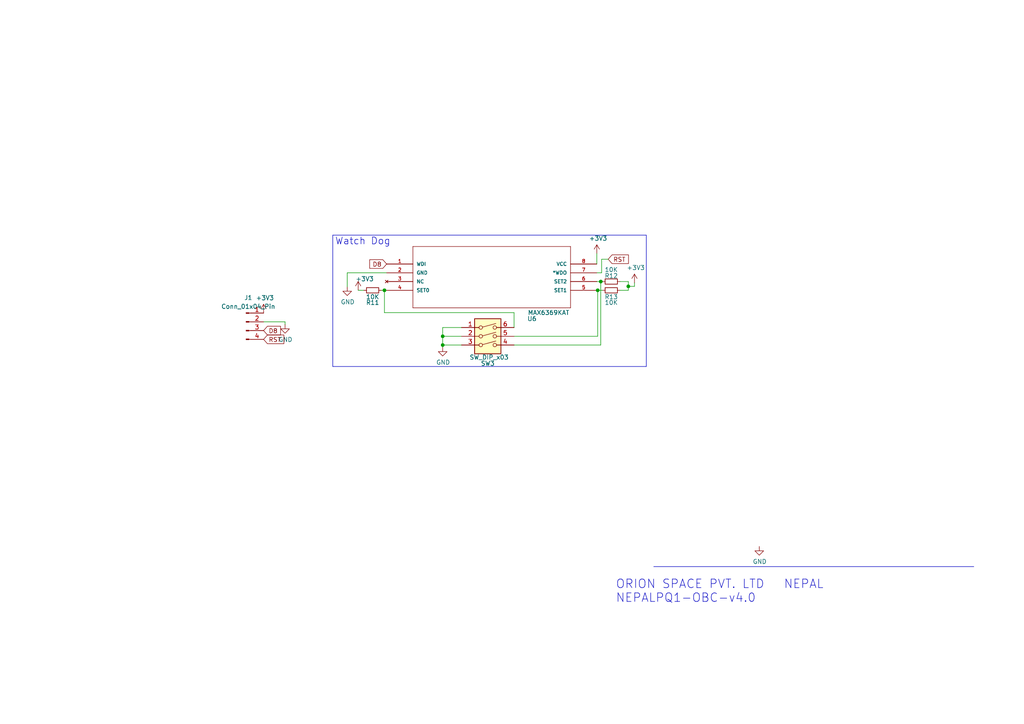
<source format=kicad_sch>
(kicad_sch (version 20231120) (generator "eeschema") (generator_version "8.0")
  (paper "A4")
  (title_block (title "ON-BOARD-COMPUTER") (date "2021-03-15") (rev "2") (company "ORION SPACE NEPAL"))
  (lib_symbols
    (symbol "Connector:Conn_01x04_Pin" (pin_names (offset 1.016) hide)
      (property "Reference" "J" (at 0 5.08 0))
      (property "Value" "Conn_01x04_Pin" (at 0 -7.62 0))
      (symbol "Conn_01x04_Pin_1_1"
        (polyline (pts (xy 1.27 -5.08) (xy 0.8636 -5.08)) (stroke (width 0.1524)))
        (polyline (pts (xy 1.27 -2.54) (xy 0.8636 -2.54)) (stroke (width 0.1524)))
        (polyline (pts (xy 1.27 0) (xy 0.8636 0)) (stroke (width 0.1524)))
        (polyline (pts (xy 1.27 2.54) (xy 0.8636 2.54)) (stroke (width 0.1524)))
        (rectangle (start 0.8636 -4.953) (end 0 -5.207) (stroke (width 0.1524)) (fill (type outline)))
        (rectangle (start 0.8636 -2.413) (end 0 -2.667) (stroke (width 0.1524)) (fill (type outline)))
        (rectangle (start 0.8636 0.127) (end 0 -0.127) (stroke (width 0.1524)) (fill (type outline)))
        (rectangle (start 0.8636 2.667) (end 0 2.413) (stroke (width 0.1524)) (fill (type outline)))
        (pin passive line (at 5.08 2.54 180) (length 3.81) (name "Pin_1") (number "1"))
        (pin passive line (at 5.08 0 180) (length 3.81) (name "Pin_2") (number "2"))
        (pin passive line (at 5.08 -2.54 180) (length 3.81) (name "Pin_3") (number "3"))
        (pin passive line (at 5.08 -5.08 180) (length 3.81) (name "Pin_4") (number "4"))
      )
    )
    (symbol "Device:R_Small" (pin_numbers hide) (pin_names (offset 0.254) hide)
      (property "Reference" "R" (at 0.762 0.508 0))
      (property "Value" "R_Small" (at 0.762 -1.016 0))
      (symbol "R_Small_0_1"
        (rectangle (start -0.762 1.778) (end 0.762 -1.778) (stroke (width 0.2032)))
      )
      (symbol "R_Small_1_1"
        (pin passive line (at 0 2.54 270) (length 0.762) (name "~") (number "1"))
        (pin passive line (at 0 -2.54 90) (length 0.762) (name "~") (number "2"))
      )
    )
    (symbol "OBC-v4.0-rescue:+3.3V-power" (power) (pin_names (offset 0))
      (property "Value" "+3.3V-power" (at 0 3.556 0))
      (symbol "+3.3V-power_0_1"
        (polyline (pts (xy -0.762 1.27) (xy 0 2.54)))
        (polyline (pts (xy 0 0) (xy 0 2.54)))
        (polyline (pts (xy 0 2.54) (xy 0.762 1.27)))
      )
      (symbol "+3.3V-power_1_1"
        (pin power_in line (at 0 0 90) (length 0) hide (name "+3V3") (number "1"))
      )
    )
    (symbol "OBC-v4.0-rescue:MAX6369KAT-MAX6369KAT-OBC_with_TMP102-rescue-OBC-v2.1-rescue-OBC-v2.1-rescue" (pin_names (offset 1.016))
      (property "Reference" "U" (at 25.781 9.1186 0))
      (property "Value" "MAX6369KAT-MAX6369KAT-OBC_with_TMP102-rescue-OBC-v2.1-rescue-OBC-v2.1-rescue" (at 25.146 6.5786 0))
      (symbol "MAX6369KAT-MAX6369KAT-OBC_with_TMP102-rescue-OBC-v2.1-rescue-OBC-v2.1-rescue_0_0"
        (polyline (pts (xy 7.62 -12.7) (xy 53.34 -12.7)) (stroke (width 0.1524)))
        (polyline (pts (xy 7.62 5.08) (xy 7.62 -12.7)) (stroke (width 0.1524)))
        (polyline (pts (xy 53.34 -12.7) (xy 53.34 5.08)) (stroke (width 0.1524)))
        (polyline (pts (xy 53.34 5.08) (xy 7.62 5.08)) (stroke (width 0.1524)))
        (pin input line (at 0 0 0) (length 7.62) (name "WDI") (number "1"))
        (pin power_in line (at 0 -2.54 0) (length 7.62) (name "GND") (number "2"))
        (pin no_connect line (at 0 -5.08 0) (length 7.62) (name "NC") (number "3"))
        (pin input line (at 0 -7.62 0) (length 7.62) (name "SET0") (number "4"))
        (pin input line (at 60.96 -7.62 180) (length 7.62) (name "SET1") (number "5"))
        (pin input line (at 60.96 -5.08 180) (length 7.62) (name "SET2") (number "6"))
        (pin output line (at 60.96 -2.54 180) (length 7.62) (name "*WDO") (number "7"))
        (pin power_in line (at 60.96 0 180) (length 7.62) (name "VCC") (number "8"))
      )
    )
    (symbol "Switch:SW_DIP_x03" (pin_names (offset 0) hide)
      (property "Reference" "SW" (at 0 8.89 0))
      (property "Value" "SW_DIP_x03" (at 0 -3.81 0))
      (symbol "SW_DIP_x03_0_0"
        (circle (center -2.032 0) (radius 0.508))
        (circle (center -2.032 2.54) (radius 0.508))
        (circle (center -2.032 5.08) (radius 0.508))
        (polyline (pts (xy -1.524 0.127) (xy 2.3622 1.1684)))
        (polyline (pts (xy -1.524 2.667) (xy 2.3622 3.7084)))
        (polyline (pts (xy -1.524 5.207) (xy 2.3622 6.2484)))
        (circle (center 2.032 0) (radius 0.508))
        (circle (center 2.032 2.54) (radius 0.508))
        (circle (center 2.032 5.08) (radius 0.508))
      )
      (symbol "SW_DIP_x03_0_1"
        (rectangle (start -3.81 7.62) (end 3.81 -2.54) (stroke (width 0.254)) (fill (type background)))
      )
      (symbol "SW_DIP_x03_1_1"
        (pin passive line (at -7.62 5.08 0) (length 5.08) (name "~") (number "1"))
        (pin passive line (at -7.62 2.54 0) (length 5.08) (name "~") (number "2"))
        (pin passive line (at -7.62 0 0) (length 5.08) (name "~") (number "3"))
        (pin passive line (at 7.62 0 180) (length 5.08) (name "~") (number "4"))
        (pin passive line (at 7.62 2.54 180) (length 5.08) (name "~") (number "5"))
        (pin passive line (at 7.62 5.08 180) (length 5.08) (name "~") (number "6"))
      )
    )
    (symbol "power:GND" (power) (pin_names (offset 0))
      (property "Value" "GND" (at 0 -3.81 0))
      (symbol "GND_0_1"
        (polyline (pts (xy 0 0) (xy 0 -1.27) (xy 1.27 -1.27) (xy 0 -2.54) (xy -1.27 -1.27) (xy 0 -1.27)))
      )
      (symbol "GND_1_1"
        (pin power_in line (at 0 0 270) (length 0) hide (name "GND") (number "1"))
      )
    )
  )
  (junction (at 182.245 83.058))
  (junction (at 173.355 84.201))
  (junction (at 128.397 100.076))
  (junction (at 111.506 84.201))
  (junction (at 128.397 97.536))
  (junction (at 174.244 81.661))
  (wire (pts (xy 128.397 100.076) (xy 128.397 100.711)))
  (wire (pts (xy 149.098 100.076) (xy 174.244 100.076)))
  (wire (pts (xy 76.454 93.345) (xy 82.677 93.345)))
  (polyline (pts (xy 96.52 68.199) (xy 96.52 106.299)))
  (wire (pts (xy 174.244 81.661) (xy 174.752 81.661)))
  (wire (pts (xy 174.498 79.121) (xy 174.498 75.184)))
  (polyline (pts (xy 189.611 164.338) (xy 282.448 164.338)))
  (wire (pts (xy 133.858 97.536) (xy 128.397 97.536)))
  (wire (pts (xy 110.617 84.201) (xy 111.506 84.201)))
  (wire (pts (xy 184.023 82.042) (xy 184.023 83.058)))
  (wire (pts (xy 100.711 79.121) (xy 112.141 79.121)))
  (wire (pts (xy 128.397 94.996) (xy 128.397 97.536)))
  (wire (pts (xy 173.101 84.201) (xy 173.355 84.201)))
  (wire (pts (xy 173.101 79.121) (xy 174.498 79.121)))
  (wire (pts (xy 182.245 84.201) (xy 179.832 84.201)))
  (wire (pts (xy 184.023 83.058) (xy 182.245 83.058)))
  (wire (pts (xy 111.506 90.678) (xy 111.506 84.201)))
  (wire (pts (xy 174.244 100.076) (xy 174.244 81.661)))
  (wire (pts (xy 149.098 94.996) (xy 149.098 90.678)))
  (wire (pts (xy 149.098 90.678) (xy 111.506 90.678)))
  (wire (pts (xy 149.098 97.536) (xy 173.355 97.536)))
  (wire (pts (xy 179.832 81.661) (xy 182.245 81.661)))
  (wire (pts (xy 173.101 81.661) (xy 174.244 81.661)))
  (wire (pts (xy 100.711 83.185) (xy 100.711 79.121)))
  (wire (pts (xy 82.677 93.345) (xy 82.677 94.107)))
  (wire (pts (xy 133.858 94.996) (xy 128.397 94.996)))
  (wire (pts (xy 174.498 75.184) (xy 176.403 75.184)))
  (wire (pts (xy 128.397 97.536) (xy 128.397 100.076)))
  (wire (pts (xy 133.858 100.076) (xy 128.397 100.076)))
  (wire (pts (xy 173.355 97.536) (xy 173.355 84.201)))
  (polyline (pts (xy 96.52 106.299) (xy 187.452 106.299)))
  (polyline (pts (xy 187.452 68.199) (xy 96.52 68.199)))
  (wire (pts (xy 111.506 84.201) (xy 112.141 84.201)))
  (wire (pts (xy 182.245 81.661) (xy 182.245 83.058)))
  (wire (pts (xy 103.886 84.201) (xy 105.537 84.201)))
  (polyline (pts (xy 187.452 106.299) (xy 187.452 68.199)))
  (wire (pts (xy 173.355 84.201) (xy 174.752 84.201)))
  (wire (pts (xy 182.245 83.058) (xy 182.245 84.201)))
  (wire (pts (xy 173.101 76.581) (xy 173.101 73.533)))
  (text "Watch Dog" (at 97.155 71.247 0) (effects (font (size 2.0066 2.0066)) (justify left bottom)))
  (text "ORION SPACE PVT. LTD   NEPAL\nNEPALPQ1-OBC-v4.0" (at 178.562 175.006 0) (effects (font (size 2.4892 2.4892)) (justify left bottom)))
  (global_label "D8" (shape input) (at 112.141 76.581 180) (property "Intersheetrefs" "${INTERSHEET_REFS}" (effects (hide yes))))
  (global_label "RST" (shape input) (at 176.403 75.184 0) (property "Intersheetrefs" "${INTERSHEET_REFS}" (effects (hide yes))))
  (global_label "D8" (shape input) (at 76.454 95.885 0) (property "Intersheetrefs" "${INTERSHEET_REFS}" (effects (hide yes))))
  (global_label "RST" (shape input) (at 76.454 98.425 0) (property "Intersheetrefs" "${INTERSHEET_REFS}" (effects (hide yes))))
  (symbol (lib_id "power:GND") (at 220.218 158.496 0) (unit 1)
    (property "Reference" "#PWR017" (effects (hide yes)))
    (property "Value" "GND" (at 220.345 162.8902 0))
  )
  (symbol (lib_id "Switch:SW_DIP_x03") (at 141.478 100.076 0) (unit 1)
    (property "Reference" "SW3" (at 141.478 105.41 0))
    (property "Value" "SW_DIP_x03" (at 141.859 103.632 0))
    (property "Footprint" "Button_Switch_THT:SW_DIP_SPSTx03_Slide_9.78x9.8mm_W7.62mm_P2.54mm" (effects (hide yes)))
  )
  (symbol (lib_id "OBC-v4.0-rescue:MAX6369KAT-MAX6369KAT-OBC_with_TMP102-rescue-OBC-v2.1-rescue-OBC-v2.1-rescue") (at 112.141 76.581 0) (unit 1)
    (property "Reference" "U6" (at 154.305 92.456 0))
    (property "Value" "MAX6369KAT" (at 159.131 90.678 0))
    (property "Footprint" "MAX6369KAT:21-0078H" (effects (hide yes)))
    (property "Datasheet" "MAX6369KA+" (effects (hide yes)))
    (property "Field4" "Watchdog, Timer, Selectable Tout, 8sot23" (effects (hide yes)))
    (property "Field5" "Unavailable" (effects (hide yes)))
    (property "Field6" "None" (effects (hide yes)))
    (property "Field7" "SOT-23 Maxim Integrated" (effects (hide yes)))
    (property "Field8" "Maxim Integrated" (effects (hide yes)))
  )
  (symbol (lib_id "OBC-v4.0-rescue:+3.3V-power") (at 173.101 73.533 0) (unit 1)
    (property "Reference" "#PWR024" (effects (hide yes)))
    (property "Value" "+3V3" (at 173.482 69.1388 0))
  )
  (symbol (lib_id "power:GND") (at 100.711 83.185 0) (unit 1)
    (property "Reference" "#PWR09" (effects (hide yes)))
    (property "Value" "GND" (at 100.838 87.5792 0))
  )
  (symbol (lib_id "Device:R_Small") (at 177.292 81.661 90) (unit 1)
    (property "Reference" "R12" (at 177.292 80.01 90))
    (property "Value" "10K" (at 177.292 78.232 90))
    (property "Footprint" "Resistor_SMD:R_0805_2012Metric" (effects (hide yes)))
  )
  (symbol (lib_id "Device:R_Small") (at 177.292 84.201 90) (unit 1)
    (property "Reference" "R13" (at 177.292 86.106 90))
    (property "Value" "10K" (at 177.292 87.757 90))
    (property "Footprint" "Resistor_SMD:R_0805_2012Metric" (effects (hide yes)))
  )
  (symbol (lib_id "Device:R_Small") (at 108.077 84.201 90) (unit 1)
    (property "Reference" "R11" (at 108.077 87.757 90))
    (property "Value" "10K" (at 108.077 86.106 90))
    (property "Footprint" "Resistor_SMD:R_0805_2012Metric" (effects (hide yes)))
  )
  (symbol (lib_id "power:GND") (at 128.397 100.711 0) (unit 1)
    (property "Reference" "#PWR012" (effects (hide yes)))
    (property "Value" "GND" (at 128.524 105.1052 0))
  )
  (symbol (lib_id "OBC-v4.0-rescue:+3.3V-power") (at 184.023 82.042 0) (unit 1)
    (property "Reference" "#PWR0107" (effects (hide yes)))
    (property "Value" "+3V3" (at 184.404 77.6478 0))
  )
  (symbol (lib_id "OBC-v4.0-rescue:+3.3V-power") (at 103.886 84.201 0) (unit 1)
    (property "Reference" "#PWR0108" (effects (hide yes)))
    (property "Value" "+3V3" (at 105.791 80.899 0))
  )
  (symbol (lib_id "power:GND") (at 82.677 94.107 0) (unit 1)
    (property "Reference" "#PWR02" (effects (hide yes)))
    (property "Value" "GND" (at 82.804 98.5012 0))
  )
  (symbol (lib_id "Connector:Conn_01x04_Pin") (at 71.374 93.345 0) (unit 1)
    (property "Reference" "J1" (at 72.009 86.36 0))
    (property "Value" "Conn_01x04_Pin" (at 72.009 88.9 0))
    (property "Footprint" "Connector_PinHeader_2.54mm:PinHeader_1x04_P2.54mm_Vertical" (effects (hide yes)))
  )
  (symbol (lib_id "OBC-v4.0-rescue:+3.3V-power") (at 76.454 90.805 0) (unit 1)
    (property "Reference" "#PWR01" (effects (hide yes)))
    (property "Value" "+3V3" (at 76.835 86.4108 0))
  )
)
</source>
